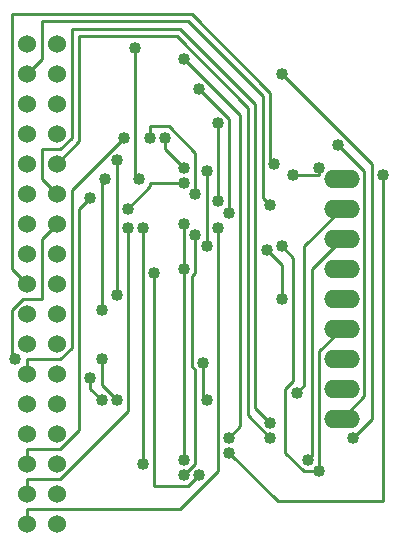
<source format=gbr>
G04 #@! TF.FileFunction,Copper,L2,Bot,Signal*
%FSLAX46Y46*%
G04 Gerber Fmt 4.6, Leading zero omitted, Abs format (unit mm)*
G04 Created by KiCad (PCBNEW 4.0.4-stable) date 02/13/17 09:14:57*
%MOMM*%
%LPD*%
G01*
G04 APERTURE LIST*
%ADD10C,0.100000*%
%ADD11O,3.048000X1.524000*%
%ADD12C,1.530000*%
%ADD13C,1.016000*%
%ADD14C,0.254000*%
G04 APERTURE END LIST*
D10*
D11*
X158826100Y-117063600D03*
X158826100Y-114523600D03*
X158826100Y-111983600D03*
X158826100Y-109443600D03*
X158826100Y-106903600D03*
X158826100Y-104363600D03*
X158826100Y-101823600D03*
X158826100Y-99283600D03*
X158826100Y-96743600D03*
D12*
X134696100Y-125953600D03*
X132156100Y-125953600D03*
X134696100Y-123413600D03*
X132156100Y-123413600D03*
X134696100Y-120873600D03*
X132156100Y-120873600D03*
X134696100Y-118333600D03*
X132156100Y-118333600D03*
X134696100Y-115793600D03*
X132156100Y-115793600D03*
X134696100Y-113253600D03*
X132156100Y-113253600D03*
X134696100Y-110713600D03*
X132156100Y-110713600D03*
X134696100Y-108173600D03*
X132156100Y-108173600D03*
X134696100Y-105633600D03*
X132156100Y-105633600D03*
X134696100Y-103093600D03*
X132156100Y-103093600D03*
X134696100Y-100553600D03*
X132156100Y-100553600D03*
X134696100Y-98013600D03*
X132156100Y-98013600D03*
X134696100Y-95473600D03*
X132156100Y-95473600D03*
X134696100Y-92933600D03*
X132156100Y-92933600D03*
X134696100Y-90393600D03*
X132156100Y-90393600D03*
X134696100Y-87853600D03*
X132156100Y-87853600D03*
X134696100Y-85313600D03*
X132156100Y-85313600D03*
D13*
X148348600Y-100871100D03*
X138506100Y-115476100D03*
X137553600Y-113571100D03*
X139776100Y-115476100D03*
X138506100Y-111983600D03*
X147396100Y-115476100D03*
X147078600Y-112301100D03*
X146761100Y-121826100D03*
X142951100Y-104681100D03*
X131203600Y-111983600D03*
X152793600Y-117381100D03*
X152793600Y-118651100D03*
X149301100Y-118651100D03*
X145491100Y-86583600D03*
X149301100Y-119921100D03*
X162318600Y-96426100D03*
X159778600Y-118651100D03*
X153746100Y-87853600D03*
X140728600Y-100871100D03*
X137553600Y-98331100D03*
X141681100Y-96743600D03*
X141363600Y-85631100D03*
X145491100Y-95791100D03*
X143903600Y-93251100D03*
X140411100Y-93251100D03*
X138823600Y-96743600D03*
X138506100Y-107856100D03*
X139776100Y-95156100D03*
X139776100Y-106586100D03*
X153111100Y-95473600D03*
X154698600Y-96426100D03*
X156921100Y-95791100D03*
X147396100Y-96108600D03*
X147396100Y-102458600D03*
X145491100Y-97061100D03*
X140728600Y-99283600D03*
X146443600Y-98013600D03*
X142633600Y-93251100D03*
X148348600Y-98648600D03*
X148348600Y-91981100D03*
X149301100Y-99601100D03*
X146761100Y-89123600D03*
X152793600Y-98966100D03*
X145491100Y-121826100D03*
X146443600Y-101506100D03*
X155016100Y-114841100D03*
X155968600Y-120556100D03*
X145491100Y-120556100D03*
X145491100Y-100553600D03*
X145491100Y-104363600D03*
X141998600Y-100871100D03*
X141998600Y-120873600D03*
X156921100Y-121508600D03*
X153746100Y-102458600D03*
X152476100Y-102776100D03*
X153746100Y-106903600D03*
X158508600Y-93886100D03*
D14*
X148348600Y-121508600D02*
X148348600Y-100871100D01*
X145173600Y-124683600D02*
X148348600Y-121508600D01*
X132156100Y-124683600D02*
X145173600Y-124683600D01*
X132156100Y-125953600D02*
X132156100Y-124683600D01*
X137553600Y-114523600D02*
X138506100Y-115476100D01*
X137553600Y-113571100D02*
X137553600Y-114523600D01*
X138506100Y-114206100D02*
X139776100Y-115476100D01*
X138506100Y-111983600D02*
X138506100Y-114206100D01*
X147078600Y-115158600D02*
X147396100Y-115476100D01*
X147078600Y-112301100D02*
X147078600Y-115158600D01*
X145808600Y-122778600D02*
X146761100Y-121826100D01*
X142951100Y-122778600D02*
X145808600Y-122778600D01*
X142951100Y-104681100D02*
X142951100Y-122778600D01*
X130886100Y-111666100D02*
X131203600Y-111983600D01*
X130886100Y-107856100D02*
X130886100Y-111666100D01*
X131838600Y-106903600D02*
X130886100Y-107856100D01*
X133426100Y-106903600D02*
X131838600Y-106903600D01*
X133426100Y-101823600D02*
X133426100Y-106903600D01*
X134696100Y-100553600D02*
X133426100Y-101823600D01*
X151523600Y-116111100D02*
X152793600Y-117381100D01*
X151523600Y-90393600D02*
X151523600Y-116111100D01*
X145173600Y-84043600D02*
X151523600Y-90393600D01*
X135966100Y-84043600D02*
X145173600Y-84043600D01*
X135966100Y-93251100D02*
X135966100Y-84043600D01*
X135013600Y-94203600D02*
X135966100Y-93251100D01*
X133426100Y-94203600D02*
X135013600Y-94203600D01*
X133426100Y-96743600D02*
X133426100Y-94203600D01*
X134696100Y-98013600D02*
X133426100Y-96743600D01*
X150888600Y-116746100D02*
X152793600Y-118651100D01*
X150888600Y-90711100D02*
X150888600Y-116746100D01*
X144856100Y-84678600D02*
X150888600Y-90711100D01*
X136601100Y-84678600D02*
X144856100Y-84678600D01*
X136601100Y-93568600D02*
X136601100Y-84678600D01*
X134696100Y-95473600D02*
X136601100Y-93568600D01*
X150253600Y-117698600D02*
X149301100Y-118651100D01*
X150253600Y-91346100D02*
X150253600Y-117698600D01*
X145491100Y-86583600D02*
X150253600Y-91346100D01*
X153428600Y-124048600D02*
X149301100Y-119921100D01*
X162318600Y-124048600D02*
X153428600Y-124048600D01*
X162318600Y-96426100D02*
X162318600Y-124048600D01*
X161366100Y-117063600D02*
X159778600Y-118651100D01*
X161366100Y-95473600D02*
X161366100Y-117063600D01*
X153746100Y-87853600D02*
X161366100Y-95473600D01*
X140728600Y-116428600D02*
X140728600Y-100871100D01*
X135013600Y-122143600D02*
X140728600Y-116428600D01*
X132156100Y-122143600D02*
X135013600Y-122143600D01*
X132156100Y-123413600D02*
X132156100Y-122143600D01*
X136601100Y-99283600D02*
X137553600Y-98331100D01*
X136601100Y-118016100D02*
X136601100Y-99283600D01*
X135013600Y-119603600D02*
X136601100Y-118016100D01*
X132156100Y-119603600D02*
X135013600Y-119603600D01*
X132156100Y-120873600D02*
X132156100Y-119603600D01*
X141363600Y-96426100D02*
X141681100Y-96743600D01*
X141363600Y-85631100D02*
X141363600Y-96426100D01*
X143903600Y-94203600D02*
X145491100Y-95791100D01*
X143903600Y-93251100D02*
X143903600Y-94203600D01*
X135966100Y-97696100D02*
X140411100Y-93251100D01*
X135966100Y-111031100D02*
X135966100Y-97696100D01*
X135013600Y-111983600D02*
X135966100Y-111031100D01*
X132156100Y-111983600D02*
X135013600Y-111983600D01*
X132156100Y-113253600D02*
X132156100Y-111983600D01*
X138506100Y-97061100D02*
X138823600Y-96743600D01*
X138506100Y-107856100D02*
X138506100Y-97061100D01*
X139776100Y-106586100D02*
X139776100Y-95156100D01*
X152793600Y-95156100D02*
X153111100Y-95473600D01*
X152793600Y-89441100D02*
X152793600Y-95156100D01*
X146126100Y-82773600D02*
X152793600Y-89441100D01*
X130886100Y-82773600D02*
X146126100Y-82773600D01*
X130886100Y-104363600D02*
X130886100Y-82773600D01*
X132156100Y-105633600D02*
X130886100Y-104363600D01*
X156921100Y-96426100D02*
X154698600Y-96426100D01*
X156921100Y-95791100D02*
X156921100Y-96426100D01*
X147396100Y-102458600D02*
X147396100Y-96108600D01*
X142633600Y-97061100D02*
X145491100Y-97061100D01*
X142633600Y-97378600D02*
X142633600Y-97061100D01*
X140728600Y-99283600D02*
X142633600Y-97378600D01*
X146443600Y-94521100D02*
X146443600Y-98013600D01*
X144221100Y-92298600D02*
X146443600Y-94521100D01*
X142633600Y-92298600D02*
X144221100Y-92298600D01*
X142633600Y-93251100D02*
X142633600Y-92298600D01*
X148348600Y-91981100D02*
X148348600Y-98648600D01*
X149301100Y-91663600D02*
X149301100Y-99601100D01*
X146761100Y-89123600D02*
X149301100Y-91663600D01*
X152158600Y-98331100D02*
X152793600Y-98966100D01*
X152158600Y-89758600D02*
X152158600Y-98331100D01*
X145808600Y-83408600D02*
X152158600Y-89758600D01*
X133426100Y-83408600D02*
X145808600Y-83408600D01*
X133426100Y-86583600D02*
X133426100Y-83408600D01*
X132156100Y-87853600D02*
X133426100Y-86583600D01*
X146443600Y-120873600D02*
X145491100Y-121826100D01*
X146443600Y-112936100D02*
X146443600Y-120873600D01*
X146126100Y-112618600D02*
X146443600Y-112936100D01*
X146126100Y-104998600D02*
X146126100Y-112618600D01*
X146443600Y-104681100D02*
X146126100Y-104998600D01*
X146443600Y-101506100D02*
X146443600Y-104681100D01*
X155651100Y-114206100D02*
X155016100Y-114841100D01*
X155651100Y-102458600D02*
X155651100Y-114206100D01*
X158826100Y-99283600D02*
X155651100Y-102458600D01*
X156286100Y-120238600D02*
X155968600Y-120556100D01*
X156286100Y-104363600D02*
X156286100Y-120238600D01*
X158826100Y-101823600D02*
X156286100Y-104363600D01*
X145491100Y-100553600D02*
X145491100Y-104363600D01*
X145491100Y-104363600D02*
X145491100Y-120556100D01*
X141998600Y-120873600D02*
X141998600Y-100871100D01*
X156921100Y-111348600D02*
X156921100Y-121508600D01*
X158826100Y-109443600D02*
X156921100Y-111348600D01*
X154698600Y-103411100D02*
X153746100Y-102458600D01*
X154698600Y-113888600D02*
X154698600Y-103411100D01*
X154063600Y-114523600D02*
X154698600Y-113888600D01*
X154063600Y-119921100D02*
X154063600Y-114523600D01*
X155651100Y-121508600D02*
X154063600Y-119921100D01*
X156921100Y-121508600D02*
X155651100Y-121508600D01*
X153746100Y-104046100D02*
X152476100Y-102776100D01*
X153746100Y-106903600D02*
X153746100Y-104046100D01*
X160731100Y-96108600D02*
X158508600Y-93886100D01*
X160731100Y-115158600D02*
X160731100Y-96108600D01*
X158826100Y-117063600D02*
X160731100Y-115158600D01*
M02*

</source>
